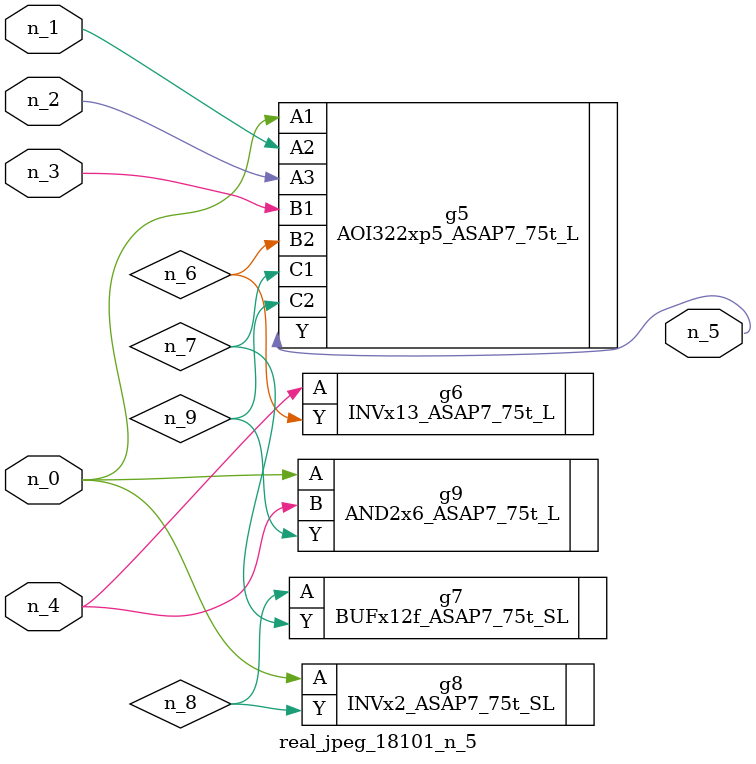
<source format=v>
module real_jpeg_18101_n_5 (n_4, n_0, n_1, n_2, n_3, n_5);

input n_4;
input n_0;
input n_1;
input n_2;
input n_3;

output n_5;

wire n_8;
wire n_6;
wire n_7;
wire n_9;

AOI322xp5_ASAP7_75t_L g5 ( 
.A1(n_0),
.A2(n_1),
.A3(n_2),
.B1(n_3),
.B2(n_6),
.C1(n_7),
.C2(n_9),
.Y(n_5)
);

INVx2_ASAP7_75t_SL g8 ( 
.A(n_0),
.Y(n_8)
);

AND2x6_ASAP7_75t_L g9 ( 
.A(n_0),
.B(n_4),
.Y(n_9)
);

INVx13_ASAP7_75t_L g6 ( 
.A(n_4),
.Y(n_6)
);

BUFx12f_ASAP7_75t_SL g7 ( 
.A(n_8),
.Y(n_7)
);


endmodule
</source>
